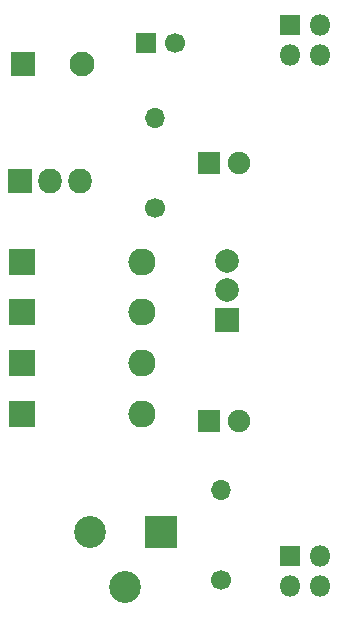
<source format=gbs>
%TF.GenerationSoftware,KiCad,Pcbnew,(5.1.6)-1*%
%TF.CreationDate,2020-06-18T13:16:41+05:30*%
%TF.ProjectId,breadboard powersupply,62726561-6462-46f6-9172-6420706f7765,V1*%
%TF.SameCoordinates,Original*%
%TF.FileFunction,Soldermask,Bot*%
%TF.FilePolarity,Negative*%
%FSLAX46Y46*%
G04 Gerber Fmt 4.6, Leading zero omitted, Abs format (unit mm)*
G04 Created by KiCad (PCBNEW (5.1.6)-1) date 2020-06-18 13:16:41*
%MOMM*%
%LPD*%
G01*
G04 APERTURE LIST*
%ADD10R,2.100000X2.100000*%
%ADD11C,2.100000*%
%ADD12R,1.700000X1.700000*%
%ADD13C,1.700000*%
%ADD14R,2.300000X2.300000*%
%ADD15O,2.300000X2.300000*%
%ADD16R,1.900000X1.900000*%
%ADD17C,1.900000*%
%ADD18R,2.700000X2.700000*%
%ADD19C,2.700000*%
%ADD20R,1.800000X1.800000*%
%ADD21O,1.800000X1.800000*%
%ADD22O,1.700000X1.700000*%
%ADD23R,2.000000X2.000000*%
%ADD24C,2.000000*%
%ADD25R,2.005000X2.100000*%
%ADD26O,2.005000X2.100000*%
G04 APERTURE END LIST*
D10*
%TO.C,C1*%
X117348000Y-81280000D03*
D11*
X122348000Y-81280000D03*
%TD*%
D12*
%TO.C,C2*%
X127762000Y-79502000D03*
D13*
X130262000Y-79502000D03*
%TD*%
D14*
%TO.C,D1*%
X117303001Y-106630001D03*
D15*
X127463001Y-106630001D03*
%TD*%
D14*
%TO.C,D2*%
X117303001Y-98018001D03*
D15*
X127463001Y-98018001D03*
%TD*%
%TO.C,D3*%
X127463001Y-110936001D03*
D14*
X117303001Y-110936001D03*
%TD*%
D15*
%TO.C,D4*%
X127463001Y-102324001D03*
D14*
X117303001Y-102324001D03*
%TD*%
D16*
%TO.C,D5*%
X133096000Y-111506000D03*
D17*
X135636000Y-111506000D03*
%TD*%
%TO.C,D6*%
X135636000Y-89662000D03*
D16*
X133096000Y-89662000D03*
%TD*%
D18*
%TO.C,J1*%
X129032000Y-120904000D03*
D19*
X123032000Y-120904000D03*
X126032000Y-125604000D03*
%TD*%
D20*
%TO.C,J2*%
X139954000Y-77978000D03*
D21*
X142494000Y-77978000D03*
X139954000Y-80518000D03*
X142494000Y-80518000D03*
%TD*%
D20*
%TO.C,J3*%
X139954000Y-122936000D03*
D21*
X142494000Y-122936000D03*
X139954000Y-125476000D03*
X142494000Y-125476000D03*
%TD*%
D13*
%TO.C,R1*%
X134112000Y-124968000D03*
D22*
X134112000Y-117348000D03*
%TD*%
%TO.C,R2*%
X128524000Y-85852000D03*
D13*
X128524000Y-93472000D03*
%TD*%
D23*
%TO.C,SW1*%
X134620000Y-102964000D03*
D24*
X134620000Y-100464000D03*
X134620000Y-97964000D03*
%TD*%
D25*
%TO.C,U1*%
X117094000Y-91186000D03*
D26*
X119634000Y-91186000D03*
X122174000Y-91186000D03*
%TD*%
M02*

</source>
